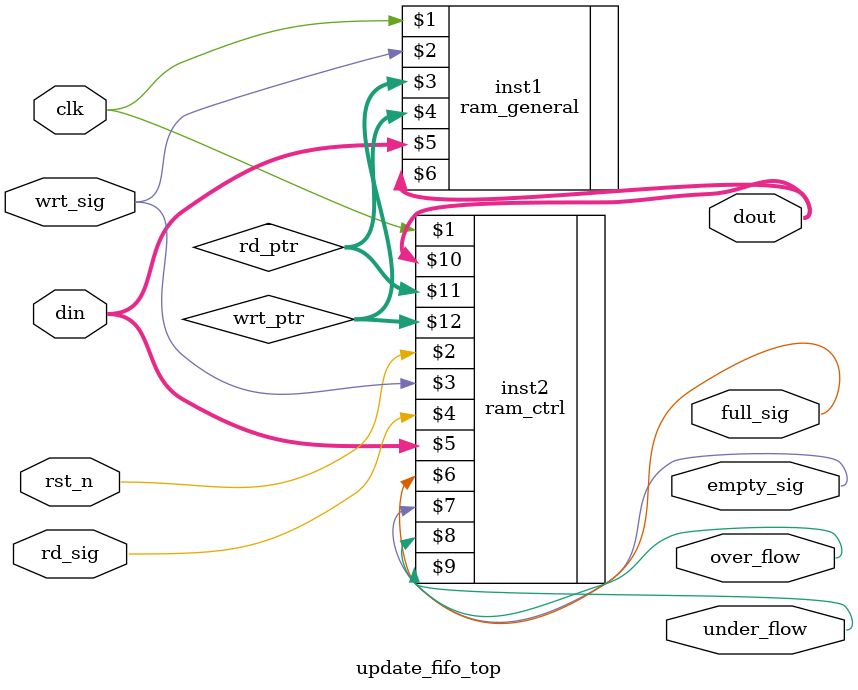
<source format=v>
module update_fifo_top(clk, rst_n, wrt_sig, rd_sig, din, dout, full_sig, empty_sig, over_flow, under_flow);
input clk, rst_n, wrt_sig, rd_sig;
input [7:0] din;
output [7:0] dout;
wire [25:0] rd_ptr, wrt_ptr;
output full_sig, empty_sig, over_flow, under_flow;
ram_ctrl inst2(clk, rst_n, wrt_sig, rd_sig, din, full_sig, empty_sig, over_flow, under_flow, dout, rd_ptr, wrt_ptr);
ram_general inst1 (clk, wrt_sig, wrt_ptr, rd_ptr, din, dout);
endmodule 
</source>
